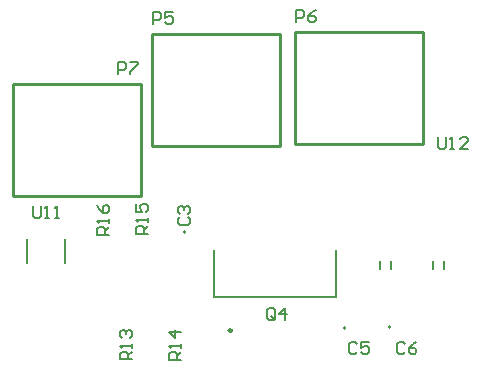
<source format=gto>
G04 Layer_Color=65535*
%FSLAX44Y44*%
%MOMM*%
G71*
G01*
G75*
%ADD19C,0.2500*%
%ADD24C,0.1524*%
%ADD25C,0.2000*%
%ADD26C,0.2540*%
D19*
X1543390Y991000D02*
G03*
X1543390Y991000I-1250J0D01*
G01*
D24*
X1503762Y1074400D02*
G03*
X1503762Y1074400I-762J0D01*
G01*
X1639579Y993000D02*
G03*
X1639579Y993000I-762J0D01*
G01*
X1677839Y994000D02*
G03*
X1677839Y994000I-762J0D01*
G01*
X1370252Y1047967D02*
Y1068033D01*
X1401748Y1047967D02*
Y1068033D01*
X1722945Y1042978D02*
Y1050064D01*
X1677945Y1042978D02*
Y1050064D01*
X1714055Y1042978D02*
Y1050064D01*
X1669055Y1042978D02*
Y1050064D01*
D25*
X1631539Y1019500D02*
Y1059000D01*
X1528539Y1019500D02*
X1631539D01*
X1528539D02*
Y1059000D01*
X1375000Y1095997D02*
Y1087666D01*
X1376666Y1086000D01*
X1379998D01*
X1381664Y1087666D01*
Y1095997D01*
X1384997Y1086000D02*
X1388329D01*
X1386663D01*
Y1095997D01*
X1384997Y1094331D01*
X1393327Y1086000D02*
X1396660D01*
X1394994D01*
Y1095997D01*
X1393327Y1094331D01*
X1439000Y1072000D02*
X1429003D01*
Y1076998D01*
X1430669Y1078664D01*
X1434002D01*
X1435668Y1076998D01*
Y1072000D01*
Y1075332D02*
X1439000Y1078664D01*
Y1081997D02*
Y1085329D01*
Y1083663D01*
X1429003D01*
X1430669Y1081997D01*
X1429003Y1096992D02*
X1430669Y1093660D01*
X1434002Y1090327D01*
X1437334D01*
X1439000Y1091993D01*
Y1095326D01*
X1437334Y1096992D01*
X1435668D01*
X1434002Y1095326D01*
Y1090327D01*
X1472000Y1072750D02*
X1462003D01*
Y1077748D01*
X1463669Y1079415D01*
X1467002D01*
X1468668Y1077748D01*
Y1072750D01*
Y1076082D02*
X1472000Y1079415D01*
Y1082747D02*
Y1086079D01*
Y1084413D01*
X1462003D01*
X1463669Y1082747D01*
X1462003Y1097742D02*
Y1091077D01*
X1467002D01*
X1465336Y1094410D01*
Y1096076D01*
X1467002Y1097742D01*
X1470334D01*
X1472000Y1096076D01*
Y1092744D01*
X1470334Y1091077D01*
X1500000Y966000D02*
X1490003D01*
Y970998D01*
X1491669Y972664D01*
X1495002D01*
X1496668Y970998D01*
Y966000D01*
Y969332D02*
X1500000Y972664D01*
Y975997D02*
Y979329D01*
Y977663D01*
X1490003D01*
X1491669Y975997D01*
X1500000Y989326D02*
X1490003D01*
X1495002Y984327D01*
Y990992D01*
X1459000Y966500D02*
X1449003D01*
Y971498D01*
X1450669Y973165D01*
X1454002D01*
X1455668Y971498D01*
Y966500D01*
Y969832D02*
X1459000Y973165D01*
Y976497D02*
Y979829D01*
Y978163D01*
X1449003D01*
X1450669Y976497D01*
Y984827D02*
X1449003Y986494D01*
Y989826D01*
X1450669Y991492D01*
X1452336D01*
X1454002Y989826D01*
Y988160D01*
Y989826D01*
X1455668Y991492D01*
X1457334D01*
X1459000Y989826D01*
Y986494D01*
X1457334Y984827D01*
X1447000Y1208000D02*
Y1217997D01*
X1451998D01*
X1453665Y1216331D01*
Y1212998D01*
X1451998Y1211332D01*
X1447000D01*
X1456997Y1217997D02*
X1463661D01*
Y1216331D01*
X1456997Y1209666D01*
Y1208000D01*
X1499669Y1086665D02*
X1498003Y1084998D01*
Y1081666D01*
X1499669Y1080000D01*
X1506334D01*
X1508000Y1081666D01*
Y1084998D01*
X1506334Y1086665D01*
X1499669Y1089997D02*
X1498003Y1091663D01*
Y1094995D01*
X1499669Y1096661D01*
X1501335D01*
X1503002Y1094995D01*
Y1093329D01*
Y1094995D01*
X1504668Y1096661D01*
X1506334D01*
X1508000Y1094995D01*
Y1091663D01*
X1506334Y1089997D01*
X1718000Y1154997D02*
Y1146666D01*
X1719666Y1145000D01*
X1722998D01*
X1724664Y1146666D01*
Y1154997D01*
X1727997Y1145000D02*
X1731329D01*
X1729663D01*
Y1154997D01*
X1727997Y1153331D01*
X1742992Y1145000D02*
X1736327D01*
X1742992Y1151665D01*
Y1153331D01*
X1741326Y1154997D01*
X1737994D01*
X1736327Y1153331D01*
X1579704Y1001666D02*
Y1008331D01*
X1578038Y1009997D01*
X1574706D01*
X1573040Y1008331D01*
Y1001666D01*
X1574706Y1000000D01*
X1578038D01*
X1576372Y1003332D02*
X1579704Y1000000D01*
X1578038D02*
X1579704Y1001666D01*
X1588035Y1000000D02*
Y1009997D01*
X1583037Y1004998D01*
X1589701D01*
X1597660Y1252452D02*
Y1262449D01*
X1602658D01*
X1604324Y1260783D01*
Y1257450D01*
X1602658Y1255784D01*
X1597660D01*
X1614321Y1262449D02*
X1610989Y1260783D01*
X1607657Y1257450D01*
Y1254118D01*
X1609323Y1252452D01*
X1612655D01*
X1614321Y1254118D01*
Y1255784D01*
X1612655Y1257450D01*
X1607657D01*
X1476646Y1250466D02*
Y1260463D01*
X1481644D01*
X1483311Y1258797D01*
Y1255464D01*
X1481644Y1253798D01*
X1476646D01*
X1493307Y1260463D02*
X1486643D01*
Y1255464D01*
X1489975Y1257131D01*
X1491641D01*
X1493307Y1255464D01*
Y1252132D01*
X1491641Y1250466D01*
X1488309D01*
X1486643Y1252132D01*
X1689664Y979331D02*
X1687998Y980997D01*
X1684666D01*
X1683000Y979331D01*
Y972666D01*
X1684666Y971000D01*
X1687998D01*
X1689664Y972666D01*
X1699661Y980997D02*
X1696329Y979331D01*
X1692997Y975998D01*
Y972666D01*
X1694663Y971000D01*
X1697995D01*
X1699661Y972666D01*
Y974332D01*
X1697995Y975998D01*
X1692997D01*
X1649381Y979331D02*
X1647715Y980997D01*
X1644383D01*
X1642717Y979331D01*
Y972666D01*
X1644383Y971000D01*
X1647715D01*
X1649381Y972666D01*
X1659378Y980997D02*
X1652713D01*
Y975998D01*
X1656046Y977664D01*
X1657712D01*
X1659378Y975998D01*
Y972666D01*
X1657712Y971000D01*
X1654379D01*
X1652713Y972666D01*
D26*
X1476000Y1147000D02*
Y1242000D01*
X1584000D01*
Y1147000D02*
Y1242000D01*
X1476000Y1147000D02*
X1584000D01*
X1597000Y1149000D02*
Y1244000D01*
X1705000D01*
Y1149000D02*
Y1244000D01*
X1597000Y1149000D02*
X1705000D01*
X1358000Y1105000D02*
Y1200000D01*
X1466000D01*
Y1105000D02*
Y1200000D01*
X1358000Y1105000D02*
X1466000D01*
M02*

</source>
